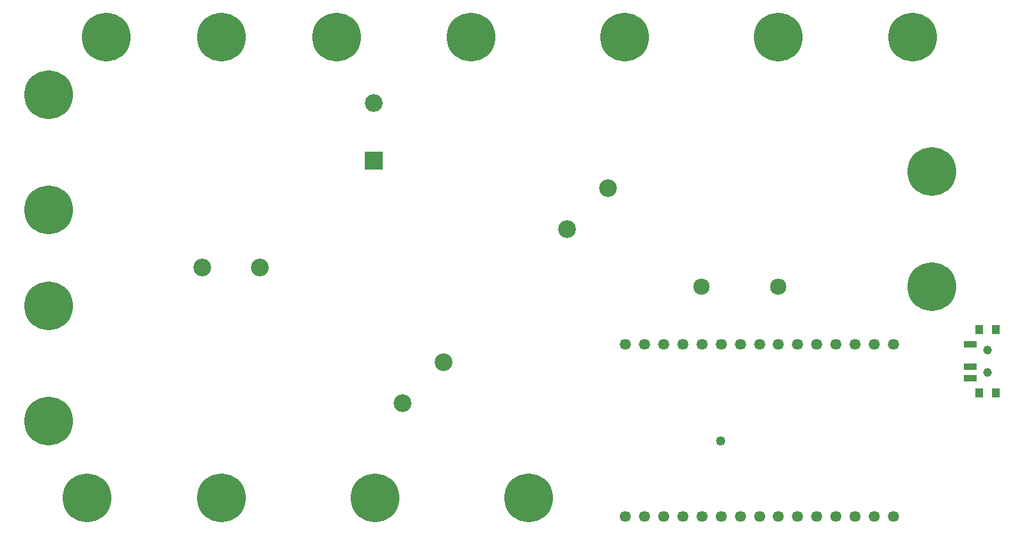
<source format=gbs>
G04 MADE WITH FRITZING*
G04 WWW.FRITZING.ORG*
G04 DOUBLE SIDED*
G04 HOLES PLATED*
G04 CONTOUR ON CENTER OF CONTOUR VECTOR*
%ASAXBY*%
%FSLAX23Y23*%
%MOIN*%
%OFA0B0*%
%SFA1.0B1.0*%
%ADD10C,0.045433*%
%ADD11C,0.057829*%
%ADD12C,0.049370*%
%ADD13C,0.092000*%
%ADD14C,0.085000*%
%ADD15C,0.254000*%
%ADD16R,0.041496X0.049370*%
%ADD17R,0.069055X0.037559*%
%ADD18R,0.092000X0.092000*%
%ADD19C,0.030000*%
%LNMASK0*%
G90*
G70*
G54D10*
X5378Y1142D03*
X5378Y1024D03*
X5378Y1142D03*
X5378Y1024D03*
X5378Y1142D03*
X5378Y1024D03*
G54D11*
X3690Y1171D03*
X3491Y274D03*
X3591Y274D03*
X3690Y274D03*
X3790Y274D03*
X3890Y274D03*
X3591Y1171D03*
X3491Y1171D03*
X3790Y1171D03*
X3990Y274D03*
X4090Y274D03*
X4190Y274D03*
X4289Y274D03*
X4389Y274D03*
X4489Y274D03*
X4589Y274D03*
X4689Y274D03*
X4789Y274D03*
X4889Y274D03*
X4190Y1171D03*
X4289Y1171D03*
X4389Y1171D03*
X4489Y1171D03*
X4589Y1171D03*
X4689Y1171D03*
X4789Y1171D03*
X4889Y1171D03*
X3890Y1171D03*
X3990Y1171D03*
X4090Y1171D03*
G54D12*
X3989Y668D03*
G54D13*
X2545Y1078D03*
X2333Y865D03*
G54D14*
X4289Y1471D03*
X3889Y1471D03*
G54D15*
X2989Y371D03*
X2189Y371D03*
X5089Y1471D03*
X489Y2471D03*
X789Y2771D03*
X489Y1371D03*
X1989Y2771D03*
X2689Y2771D03*
X4289Y2771D03*
X5089Y2071D03*
X489Y1871D03*
X1389Y2771D03*
X3489Y2771D03*
X4989Y2771D03*
X1389Y371D03*
X489Y771D03*
X689Y371D03*
G54D13*
X3189Y1771D03*
X3401Y1984D03*
X1589Y1571D03*
X1289Y1571D03*
X2183Y2128D03*
X2183Y2428D03*
G54D16*
X5335Y1246D03*
X5421Y1246D03*
X5421Y919D03*
X5335Y919D03*
G54D17*
X5289Y1171D03*
X5289Y1053D03*
X5289Y994D03*
G54D18*
X2183Y2128D03*
G54D19*
G36*
X2545Y1034D02*
X2502Y1078D01*
X2545Y1121D01*
X2589Y1078D01*
X2545Y1034D01*
G37*
D02*
G36*
X3189Y1815D02*
X3233Y1771D01*
X3189Y1728D01*
X3145Y1771D01*
X3189Y1815D01*
G37*
D02*
G36*
X1558Y1540D02*
X1558Y1602D01*
X1620Y1602D01*
X1620Y1540D01*
X1558Y1540D01*
G37*
D02*
G04 End of Mask0*
M02*
</source>
